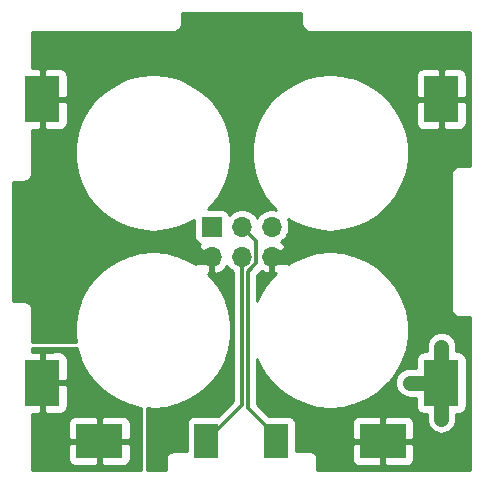
<source format=gbr>
%TF.GenerationSoftware,KiCad,Pcbnew,(5.1.10)-1*%
%TF.CreationDate,2022-01-02T17:40:11+01:00*%
%TF.ProjectId,3DESPWroverS,33444553-5057-4726-9f76-6572532e6b69,rev?*%
%TF.SameCoordinates,Original*%
%TF.FileFunction,Copper,L1,Top*%
%TF.FilePolarity,Positive*%
%FSLAX46Y46*%
G04 Gerber Fmt 4.6, Leading zero omitted, Abs format (unit mm)*
G04 Created by KiCad (PCBNEW (5.1.10)-1) date 2022-01-02 17:40:11*
%MOMM*%
%LPD*%
G01*
G04 APERTURE LIST*
%TA.AperFunction,ComponentPad*%
%ADD10R,1.700000X1.700000*%
%TD*%
%TA.AperFunction,ComponentPad*%
%ADD11O,1.700000X1.700000*%
%TD*%
%TA.AperFunction,SMDPad,CuDef*%
%ADD12R,2.000000X3.000000*%
%TD*%
%TA.AperFunction,SMDPad,CuDef*%
%ADD13R,3.000000X4.000000*%
%TD*%
%TA.AperFunction,SMDPad,CuDef*%
%ADD14R,4.000000X3.000000*%
%TD*%
%TA.AperFunction,ViaPad*%
%ADD15C,1.200000*%
%TD*%
%TA.AperFunction,Conductor*%
%ADD16C,1.250000*%
%TD*%
%TA.AperFunction,Conductor*%
%ADD17C,0.312500*%
%TD*%
%TA.AperFunction,Conductor*%
%ADD18C,0.254000*%
%TD*%
%TA.AperFunction,Conductor*%
%ADD19C,0.100000*%
%TD*%
G04 APERTURE END LIST*
D10*
%TO.P,J1,1*%
%TO.N,VCC*%
X117983000Y-56642000D03*
D11*
%TO.P,J1,2*%
%TO.N,GND*%
X117983000Y-59182000D03*
%TO.P,J1,3*%
%TO.N,/D1*%
X120523000Y-56642000D03*
%TO.P,J1,4*%
%TO.N,/D2*%
X120523000Y-59182000D03*
%TO.P,J1,5*%
%TO.N,VCC*%
X123063000Y-56642000D03*
%TO.P,J1,6*%
%TO.N,GND*%
X123063000Y-59182000D03*
%TD*%
D12*
%TO.P,J2,1*%
%TO.N,/D1*%
X123444000Y-74803000D03*
%TD*%
%TO.P,J3,1*%
%TO.N,/D2*%
X117475000Y-74803000D03*
%TD*%
D13*
%TO.P,J4,1*%
%TO.N,VCC*%
X103632000Y-69850000D03*
%TD*%
%TO.P,J5,1*%
%TO.N,VCC*%
X137414000Y-69850000D03*
%TD*%
D14*
%TO.P,J6,1*%
%TO.N,VCC*%
X108458000Y-74803000D03*
%TD*%
D13*
%TO.P,J7,1*%
%TO.N,GND*%
X137414000Y-45847000D03*
%TD*%
D14*
%TO.P,J8,1*%
%TO.N,GND*%
X132461000Y-74803000D03*
%TD*%
D13*
%TO.P,J9,1*%
%TO.N,GND*%
X103632000Y-45847000D03*
%TD*%
D15*
%TO.N,VCC*%
X137414000Y-66802000D03*
X137414000Y-72898000D03*
X134747000Y-69850000D03*
X104140000Y-76454000D03*
X104140000Y-74930000D03*
X108712000Y-71755000D03*
X106807000Y-69850000D03*
X104140000Y-73406000D03*
X107061000Y-71501000D03*
%TD*%
D16*
%TO.N,VCC*%
X137414000Y-69850000D02*
X137414000Y-66802000D01*
X137414000Y-69850000D02*
X137414000Y-72898000D01*
X137414000Y-69850000D02*
X134747000Y-69850000D01*
%TO.N,GND*%
X123063000Y-59182000D02*
X124079000Y-59182000D01*
X124079000Y-59182000D02*
X125349000Y-57912000D01*
X117983000Y-59182000D02*
X116967000Y-59182000D01*
X116967000Y-59182000D02*
X115697000Y-57912000D01*
D17*
%TO.N,/D1*%
X123444000Y-74375778D02*
X123444000Y-74803000D01*
X121035510Y-71967288D02*
X123444000Y-74375778D01*
X121035510Y-60447490D02*
X121035510Y-71967288D01*
X121404748Y-60078252D02*
X121035510Y-60447490D01*
X121412000Y-60078252D02*
X121404748Y-60078252D01*
X121729251Y-59761001D02*
X121412000Y-60078252D01*
X121729251Y-57848251D02*
X121729251Y-59761001D01*
X120523000Y-56642000D02*
X121729251Y-57848251D01*
%TO.N,/D2*%
X117475000Y-74803000D02*
X120523000Y-71755000D01*
X120523000Y-71755000D02*
X120523000Y-59182000D01*
%TD*%
D18*
%TO.N,VCC*%
X106538947Y-67025161D02*
X106896371Y-68066300D01*
X107420285Y-69034409D01*
X108096400Y-69903082D01*
X108906272Y-70648621D01*
X109827811Y-71250693D01*
X110835878Y-71692872D01*
X111902977Y-71963098D01*
X112014000Y-71972298D01*
X112014000Y-77244000D01*
X102745000Y-77244000D01*
X102745000Y-76303000D01*
X105819928Y-76303000D01*
X105832188Y-76427482D01*
X105868498Y-76547180D01*
X105927463Y-76657494D01*
X106006815Y-76754185D01*
X106103506Y-76833537D01*
X106213820Y-76892502D01*
X106333518Y-76928812D01*
X106458000Y-76941072D01*
X108172250Y-76938000D01*
X108331000Y-76779250D01*
X108331000Y-74930000D01*
X108585000Y-74930000D01*
X108585000Y-76779250D01*
X108743750Y-76938000D01*
X110458000Y-76941072D01*
X110582482Y-76928812D01*
X110702180Y-76892502D01*
X110812494Y-76833537D01*
X110909185Y-76754185D01*
X110988537Y-76657494D01*
X111047502Y-76547180D01*
X111083812Y-76427482D01*
X111096072Y-76303000D01*
X111093000Y-75088750D01*
X110934250Y-74930000D01*
X108585000Y-74930000D01*
X108331000Y-74930000D01*
X105981750Y-74930000D01*
X105823000Y-75088750D01*
X105819928Y-76303000D01*
X102745000Y-76303000D01*
X102745000Y-73303000D01*
X105819928Y-73303000D01*
X105823000Y-74517250D01*
X105981750Y-74676000D01*
X108331000Y-74676000D01*
X108331000Y-72826750D01*
X108585000Y-72826750D01*
X108585000Y-74676000D01*
X110934250Y-74676000D01*
X111093000Y-74517250D01*
X111096072Y-73303000D01*
X111083812Y-73178518D01*
X111047502Y-73058820D01*
X110988537Y-72948506D01*
X110909185Y-72851815D01*
X110812494Y-72772463D01*
X110702180Y-72713498D01*
X110582482Y-72677188D01*
X110458000Y-72664928D01*
X108743750Y-72668000D01*
X108585000Y-72826750D01*
X108331000Y-72826750D01*
X108172250Y-72668000D01*
X106458000Y-72664928D01*
X106333518Y-72677188D01*
X106213820Y-72713498D01*
X106103506Y-72772463D01*
X106006815Y-72851815D01*
X105927463Y-72948506D01*
X105868498Y-73058820D01*
X105832188Y-73178518D01*
X105819928Y-73303000D01*
X102745000Y-73303000D01*
X102745000Y-72486521D01*
X103346250Y-72485000D01*
X103505000Y-72326250D01*
X103505000Y-69977000D01*
X103759000Y-69977000D01*
X103759000Y-72326250D01*
X103917750Y-72485000D01*
X105132000Y-72488072D01*
X105256482Y-72475812D01*
X105376180Y-72439502D01*
X105486494Y-72380537D01*
X105583185Y-72301185D01*
X105662537Y-72204494D01*
X105721502Y-72094180D01*
X105757812Y-71974482D01*
X105770072Y-71850000D01*
X105767000Y-70135750D01*
X105608250Y-69977000D01*
X103759000Y-69977000D01*
X103505000Y-69977000D01*
X103485000Y-69977000D01*
X103485000Y-69723000D01*
X103505000Y-69723000D01*
X103505000Y-67373750D01*
X103759000Y-67373750D01*
X103759000Y-69723000D01*
X105608250Y-69723000D01*
X105767000Y-69564250D01*
X105770072Y-67850000D01*
X105757812Y-67725518D01*
X105721502Y-67605820D01*
X105662537Y-67495506D01*
X105583185Y-67398815D01*
X105486494Y-67319463D01*
X105376180Y-67260498D01*
X105256482Y-67224188D01*
X105132000Y-67211928D01*
X103917750Y-67215000D01*
X103759000Y-67373750D01*
X103505000Y-67373750D01*
X103346250Y-67215000D01*
X102745000Y-67213479D01*
X102745000Y-66929000D01*
X106522901Y-66929000D01*
X106538947Y-67025161D01*
%TA.AperFunction,Conductor*%
D19*
G36*
X106538947Y-67025161D02*
G01*
X106896371Y-68066300D01*
X107420285Y-69034409D01*
X108096400Y-69903082D01*
X108906272Y-70648621D01*
X109827811Y-71250693D01*
X110835878Y-71692872D01*
X111902977Y-71963098D01*
X112014000Y-71972298D01*
X112014000Y-77244000D01*
X102745000Y-77244000D01*
X102745000Y-76303000D01*
X105819928Y-76303000D01*
X105832188Y-76427482D01*
X105868498Y-76547180D01*
X105927463Y-76657494D01*
X106006815Y-76754185D01*
X106103506Y-76833537D01*
X106213820Y-76892502D01*
X106333518Y-76928812D01*
X106458000Y-76941072D01*
X108172250Y-76938000D01*
X108331000Y-76779250D01*
X108331000Y-74930000D01*
X108585000Y-74930000D01*
X108585000Y-76779250D01*
X108743750Y-76938000D01*
X110458000Y-76941072D01*
X110582482Y-76928812D01*
X110702180Y-76892502D01*
X110812494Y-76833537D01*
X110909185Y-76754185D01*
X110988537Y-76657494D01*
X111047502Y-76547180D01*
X111083812Y-76427482D01*
X111096072Y-76303000D01*
X111093000Y-75088750D01*
X110934250Y-74930000D01*
X108585000Y-74930000D01*
X108331000Y-74930000D01*
X105981750Y-74930000D01*
X105823000Y-75088750D01*
X105819928Y-76303000D01*
X102745000Y-76303000D01*
X102745000Y-73303000D01*
X105819928Y-73303000D01*
X105823000Y-74517250D01*
X105981750Y-74676000D01*
X108331000Y-74676000D01*
X108331000Y-72826750D01*
X108585000Y-72826750D01*
X108585000Y-74676000D01*
X110934250Y-74676000D01*
X111093000Y-74517250D01*
X111096072Y-73303000D01*
X111083812Y-73178518D01*
X111047502Y-73058820D01*
X110988537Y-72948506D01*
X110909185Y-72851815D01*
X110812494Y-72772463D01*
X110702180Y-72713498D01*
X110582482Y-72677188D01*
X110458000Y-72664928D01*
X108743750Y-72668000D01*
X108585000Y-72826750D01*
X108331000Y-72826750D01*
X108172250Y-72668000D01*
X106458000Y-72664928D01*
X106333518Y-72677188D01*
X106213820Y-72713498D01*
X106103506Y-72772463D01*
X106006815Y-72851815D01*
X105927463Y-72948506D01*
X105868498Y-73058820D01*
X105832188Y-73178518D01*
X105819928Y-73303000D01*
X102745000Y-73303000D01*
X102745000Y-72486521D01*
X103346250Y-72485000D01*
X103505000Y-72326250D01*
X103505000Y-69977000D01*
X103759000Y-69977000D01*
X103759000Y-72326250D01*
X103917750Y-72485000D01*
X105132000Y-72488072D01*
X105256482Y-72475812D01*
X105376180Y-72439502D01*
X105486494Y-72380537D01*
X105583185Y-72301185D01*
X105662537Y-72204494D01*
X105721502Y-72094180D01*
X105757812Y-71974482D01*
X105770072Y-71850000D01*
X105767000Y-70135750D01*
X105608250Y-69977000D01*
X103759000Y-69977000D01*
X103505000Y-69977000D01*
X103485000Y-69977000D01*
X103485000Y-69723000D01*
X103505000Y-69723000D01*
X103505000Y-67373750D01*
X103759000Y-67373750D01*
X103759000Y-69723000D01*
X105608250Y-69723000D01*
X105767000Y-69564250D01*
X105770072Y-67850000D01*
X105757812Y-67725518D01*
X105721502Y-67605820D01*
X105662537Y-67495506D01*
X105583185Y-67398815D01*
X105486494Y-67319463D01*
X105376180Y-67260498D01*
X105256482Y-67224188D01*
X105132000Y-67211928D01*
X103917750Y-67215000D01*
X103759000Y-67373750D01*
X103505000Y-67373750D01*
X103346250Y-67215000D01*
X102745000Y-67213479D01*
X102745000Y-66929000D01*
X106522901Y-66929000D01*
X106538947Y-67025161D01*
G37*
%TD.AperFunction*%
%TD*%
D18*
%TO.N,GND*%
X125569286Y-39457321D02*
X125566166Y-39489000D01*
X125578618Y-39615441D01*
X125615500Y-39737024D01*
X125675393Y-39849075D01*
X125675394Y-39849076D01*
X125755996Y-39947290D01*
X125854210Y-40027892D01*
X125966261Y-40087785D01*
X126087844Y-40124667D01*
X126214285Y-40137120D01*
X126245974Y-40133999D01*
X139855000Y-40134001D01*
X139855001Y-51479715D01*
X138931679Y-51479715D01*
X138900000Y-51476595D01*
X138868321Y-51479715D01*
X138773558Y-51489048D01*
X138651975Y-51525930D01*
X138539924Y-51585823D01*
X138441710Y-51666425D01*
X138361108Y-51764639D01*
X138301215Y-51876690D01*
X138264333Y-51998273D01*
X138251880Y-52124715D01*
X138255000Y-52156394D01*
X138255001Y-63621596D01*
X138251880Y-63653285D01*
X138264333Y-63779727D01*
X138301215Y-63901310D01*
X138361108Y-64013361D01*
X138441710Y-64111575D01*
X138539924Y-64192177D01*
X138651975Y-64252070D01*
X138773558Y-64288952D01*
X138868321Y-64298285D01*
X138900000Y-64301405D01*
X138931679Y-64298285D01*
X139855000Y-64298285D01*
X139855001Y-77244000D01*
X126909285Y-77244000D01*
X126909285Y-76320669D01*
X126911025Y-76303000D01*
X129822928Y-76303000D01*
X129835188Y-76427482D01*
X129871498Y-76547180D01*
X129930463Y-76657494D01*
X130009815Y-76754185D01*
X130106506Y-76833537D01*
X130216820Y-76892502D01*
X130336518Y-76928812D01*
X130461000Y-76941072D01*
X132175250Y-76938000D01*
X132334000Y-76779250D01*
X132334000Y-74930000D01*
X132588000Y-74930000D01*
X132588000Y-76779250D01*
X132746750Y-76938000D01*
X134461000Y-76941072D01*
X134585482Y-76928812D01*
X134705180Y-76892502D01*
X134815494Y-76833537D01*
X134912185Y-76754185D01*
X134991537Y-76657494D01*
X135050502Y-76547180D01*
X135086812Y-76427482D01*
X135099072Y-76303000D01*
X135096000Y-75088750D01*
X134937250Y-74930000D01*
X132588000Y-74930000D01*
X132334000Y-74930000D01*
X129984750Y-74930000D01*
X129826000Y-75088750D01*
X129822928Y-76303000D01*
X126911025Y-76303000D01*
X126912404Y-76289000D01*
X126909285Y-76257329D01*
X126909285Y-76257321D01*
X126899952Y-76162558D01*
X126863070Y-76040975D01*
X126803177Y-75928924D01*
X126722575Y-75830710D01*
X126624361Y-75750108D01*
X126512310Y-75690215D01*
X126390727Y-75653333D01*
X126264285Y-75640880D01*
X126232597Y-75644001D01*
X125082072Y-75644000D01*
X125082072Y-73303000D01*
X129822928Y-73303000D01*
X129826000Y-74517250D01*
X129984750Y-74676000D01*
X132334000Y-74676000D01*
X132334000Y-72826750D01*
X132588000Y-72826750D01*
X132588000Y-74676000D01*
X134937250Y-74676000D01*
X135096000Y-74517250D01*
X135099072Y-73303000D01*
X135086812Y-73178518D01*
X135050502Y-73058820D01*
X134991537Y-72948506D01*
X134912185Y-72851815D01*
X134815494Y-72772463D01*
X134705180Y-72713498D01*
X134585482Y-72677188D01*
X134461000Y-72664928D01*
X132746750Y-72668000D01*
X132588000Y-72826750D01*
X132334000Y-72826750D01*
X132175250Y-72668000D01*
X130461000Y-72664928D01*
X130336518Y-72677188D01*
X130216820Y-72713498D01*
X130106506Y-72772463D01*
X130009815Y-72851815D01*
X129930463Y-72948506D01*
X129871498Y-73058820D01*
X129835188Y-73178518D01*
X129822928Y-73303000D01*
X125082072Y-73303000D01*
X125069812Y-73178518D01*
X125033502Y-73058820D01*
X124974537Y-72948506D01*
X124895185Y-72851815D01*
X124798494Y-72772463D01*
X124688180Y-72713498D01*
X124568482Y-72677188D01*
X124444000Y-72664928D01*
X122852147Y-72664928D01*
X121826760Y-71639542D01*
X121826760Y-67863533D01*
X121896370Y-68066300D01*
X122420284Y-69034409D01*
X123096399Y-69903082D01*
X123906271Y-70648621D01*
X124827810Y-71250693D01*
X125835877Y-71692872D01*
X126902976Y-71963098D01*
X127999999Y-72054000D01*
X129097022Y-71963098D01*
X130164121Y-71692872D01*
X131172188Y-71250693D01*
X132093727Y-70648621D01*
X132903599Y-69903082D01*
X132944914Y-69850000D01*
X133480904Y-69850000D01*
X133505232Y-70097003D01*
X133577280Y-70334514D01*
X133694280Y-70553405D01*
X133851735Y-70745265D01*
X134043595Y-70902720D01*
X134262486Y-71019720D01*
X134499997Y-71091768D01*
X134685107Y-71110000D01*
X135275928Y-71110000D01*
X135275928Y-71850000D01*
X135288188Y-71974482D01*
X135324498Y-72094180D01*
X135383463Y-72204494D01*
X135462815Y-72301185D01*
X135559506Y-72380537D01*
X135669820Y-72439502D01*
X135789518Y-72475812D01*
X135914000Y-72488072D01*
X136154001Y-72488072D01*
X136154001Y-72959893D01*
X136172233Y-73145003D01*
X136244281Y-73382514D01*
X136361281Y-73601405D01*
X136518736Y-73793265D01*
X136710596Y-73950720D01*
X136929487Y-74067720D01*
X137166998Y-74139768D01*
X137414000Y-74164096D01*
X137661003Y-74139768D01*
X137898514Y-74067720D01*
X138117405Y-73950720D01*
X138309265Y-73793265D01*
X138466720Y-73601405D01*
X138583720Y-73382514D01*
X138655768Y-73145003D01*
X138674000Y-72959893D01*
X138674000Y-72488072D01*
X138914000Y-72488072D01*
X139038482Y-72475812D01*
X139158180Y-72439502D01*
X139268494Y-72380537D01*
X139365185Y-72301185D01*
X139444537Y-72204494D01*
X139503502Y-72094180D01*
X139539812Y-71974482D01*
X139552072Y-71850000D01*
X139552072Y-67850000D01*
X139539812Y-67725518D01*
X139503502Y-67605820D01*
X139444537Y-67495506D01*
X139365185Y-67398815D01*
X139268494Y-67319463D01*
X139158180Y-67260498D01*
X139038482Y-67224188D01*
X138914000Y-67211928D01*
X138674000Y-67211928D01*
X138674000Y-66740107D01*
X138655768Y-66554997D01*
X138583720Y-66317486D01*
X138466720Y-66098595D01*
X138309265Y-65906735D01*
X138117405Y-65749280D01*
X137898514Y-65632280D01*
X137661003Y-65560232D01*
X137414000Y-65535904D01*
X137166998Y-65560232D01*
X136929487Y-65632280D01*
X136710596Y-65749280D01*
X136518736Y-65906735D01*
X136361281Y-66098595D01*
X136244281Y-66317486D01*
X136172233Y-66554997D01*
X136154001Y-66740107D01*
X136154001Y-67211928D01*
X135914000Y-67211928D01*
X135789518Y-67224188D01*
X135669820Y-67260498D01*
X135559506Y-67319463D01*
X135462815Y-67398815D01*
X135383463Y-67495506D01*
X135324498Y-67605820D01*
X135288188Y-67725518D01*
X135275928Y-67850000D01*
X135275928Y-68590000D01*
X134685107Y-68590000D01*
X134499997Y-68608232D01*
X134262486Y-68680280D01*
X134043595Y-68797280D01*
X133851735Y-68954735D01*
X133694280Y-69146595D01*
X133577280Y-69365486D01*
X133505232Y-69602997D01*
X133480904Y-69850000D01*
X132944914Y-69850000D01*
X133579714Y-69034409D01*
X134103628Y-68066300D01*
X134461052Y-67025161D01*
X134642235Y-65939391D01*
X134642235Y-64838609D01*
X134461052Y-63752839D01*
X134103628Y-62711700D01*
X133579714Y-61743591D01*
X132903599Y-60874918D01*
X132093727Y-60129379D01*
X131172188Y-59527307D01*
X130164121Y-59085128D01*
X129097022Y-58814902D01*
X127999999Y-58724000D01*
X126902976Y-58814902D01*
X125835877Y-59085128D01*
X124827810Y-59527307D01*
X124412291Y-59798779D01*
X124504481Y-59538891D01*
X124383814Y-59309000D01*
X123190000Y-59309000D01*
X123190000Y-60502155D01*
X123387885Y-60606586D01*
X123096399Y-60874918D01*
X122420284Y-61743591D01*
X121896370Y-62711700D01*
X121826760Y-62914467D01*
X121826760Y-60775236D01*
X121903571Y-60698425D01*
X121974205Y-60640457D01*
X121998984Y-60610264D01*
X122215620Y-60393627D01*
X122296080Y-60453641D01*
X122558901Y-60578825D01*
X122706110Y-60623476D01*
X122936000Y-60502155D01*
X122936000Y-59309000D01*
X122916000Y-59309000D01*
X122916000Y-59055000D01*
X122936000Y-59055000D01*
X122936000Y-59035000D01*
X123190000Y-59035000D01*
X123190000Y-59055000D01*
X124383814Y-59055000D01*
X124504481Y-58825109D01*
X124407157Y-58550748D01*
X124258178Y-58300645D01*
X124063269Y-58084412D01*
X123833594Y-57913100D01*
X124009632Y-57795475D01*
X124216475Y-57588632D01*
X124378990Y-57345411D01*
X124490932Y-57075158D01*
X124548000Y-56788260D01*
X124548000Y-56495740D01*
X124490932Y-56208842D01*
X124389710Y-55964468D01*
X124827810Y-56250694D01*
X125835877Y-56692873D01*
X126902976Y-56963099D01*
X127999999Y-57054001D01*
X129097022Y-56963099D01*
X130164121Y-56692873D01*
X131172188Y-56250694D01*
X132093727Y-55648622D01*
X132903599Y-54903083D01*
X133579714Y-54034410D01*
X134103628Y-53066301D01*
X134461052Y-52025162D01*
X134642235Y-50939392D01*
X134642235Y-49838610D01*
X134461052Y-48752840D01*
X134150077Y-47847000D01*
X135275928Y-47847000D01*
X135288188Y-47971482D01*
X135324498Y-48091180D01*
X135383463Y-48201494D01*
X135462815Y-48298185D01*
X135559506Y-48377537D01*
X135669820Y-48436502D01*
X135789518Y-48472812D01*
X135914000Y-48485072D01*
X137128250Y-48482000D01*
X137287000Y-48323250D01*
X137287000Y-45974000D01*
X137541000Y-45974000D01*
X137541000Y-48323250D01*
X137699750Y-48482000D01*
X138914000Y-48485072D01*
X139038482Y-48472812D01*
X139158180Y-48436502D01*
X139268494Y-48377537D01*
X139365185Y-48298185D01*
X139444537Y-48201494D01*
X139503502Y-48091180D01*
X139539812Y-47971482D01*
X139552072Y-47847000D01*
X139549000Y-46132750D01*
X139390250Y-45974000D01*
X137541000Y-45974000D01*
X137287000Y-45974000D01*
X135437750Y-45974000D01*
X135279000Y-46132750D01*
X135275928Y-47847000D01*
X134150077Y-47847000D01*
X134103628Y-47711701D01*
X133579714Y-46743592D01*
X132903599Y-45874919D01*
X132093727Y-45129380D01*
X131172188Y-44527308D01*
X130164121Y-44085129D01*
X129223771Y-43847000D01*
X135275928Y-43847000D01*
X135279000Y-45561250D01*
X135437750Y-45720000D01*
X137287000Y-45720000D01*
X137287000Y-43370750D01*
X137541000Y-43370750D01*
X137541000Y-45720000D01*
X139390250Y-45720000D01*
X139549000Y-45561250D01*
X139552072Y-43847000D01*
X139539812Y-43722518D01*
X139503502Y-43602820D01*
X139444537Y-43492506D01*
X139365185Y-43395815D01*
X139268494Y-43316463D01*
X139158180Y-43257498D01*
X139038482Y-43221188D01*
X138914000Y-43208928D01*
X137699750Y-43212000D01*
X137541000Y-43370750D01*
X137287000Y-43370750D01*
X137128250Y-43212000D01*
X135914000Y-43208928D01*
X135789518Y-43221188D01*
X135669820Y-43257498D01*
X135559506Y-43316463D01*
X135462815Y-43395815D01*
X135383463Y-43492506D01*
X135324498Y-43602820D01*
X135288188Y-43722518D01*
X135275928Y-43847000D01*
X129223771Y-43847000D01*
X129097022Y-43814903D01*
X127999999Y-43724001D01*
X126902976Y-43814903D01*
X125835877Y-44085129D01*
X124827810Y-44527308D01*
X123906271Y-45129380D01*
X123096399Y-45874919D01*
X122420284Y-46743592D01*
X121896370Y-47711701D01*
X121538946Y-48752840D01*
X121357763Y-49838610D01*
X121357763Y-50939392D01*
X121538946Y-52025162D01*
X121896370Y-53066301D01*
X122420284Y-54034410D01*
X123096399Y-54903083D01*
X123417146Y-55198351D01*
X123209260Y-55157000D01*
X122916740Y-55157000D01*
X122629842Y-55214068D01*
X122359589Y-55326010D01*
X122116368Y-55488525D01*
X121909525Y-55695368D01*
X121793000Y-55869760D01*
X121676475Y-55695368D01*
X121469632Y-55488525D01*
X121226411Y-55326010D01*
X120956158Y-55214068D01*
X120669260Y-55157000D01*
X120376740Y-55157000D01*
X120089842Y-55214068D01*
X119819589Y-55326010D01*
X119576368Y-55488525D01*
X119444513Y-55620380D01*
X119422502Y-55547820D01*
X119363537Y-55437506D01*
X119284185Y-55340815D01*
X119187494Y-55261463D01*
X119077180Y-55202498D01*
X118957482Y-55166188D01*
X118833000Y-55153928D01*
X117631109Y-55153928D01*
X117903600Y-54903083D01*
X118579715Y-54034410D01*
X119103629Y-53066301D01*
X119461053Y-52025162D01*
X119642236Y-50939392D01*
X119642236Y-49838610D01*
X119461053Y-48752840D01*
X119103629Y-47711701D01*
X118579715Y-46743592D01*
X117903600Y-45874919D01*
X117093728Y-45129380D01*
X116172189Y-44527308D01*
X115164122Y-44085129D01*
X114097023Y-43814903D01*
X113000000Y-43724001D01*
X111902977Y-43814903D01*
X110835878Y-44085129D01*
X109827811Y-44527308D01*
X108906272Y-45129380D01*
X108096400Y-45874919D01*
X107420285Y-46743592D01*
X106896371Y-47711701D01*
X106538947Y-48752840D01*
X106357764Y-49838610D01*
X106357764Y-50939392D01*
X106538947Y-52025162D01*
X106896371Y-53066301D01*
X107420285Y-54034410D01*
X108096400Y-54903083D01*
X108906272Y-55648622D01*
X109827811Y-56250694D01*
X110835878Y-56692873D01*
X111902977Y-56963099D01*
X113000000Y-57054001D01*
X114097023Y-56963099D01*
X115164122Y-56692873D01*
X116172189Y-56250694D01*
X116494928Y-56039838D01*
X116494928Y-57492000D01*
X116507188Y-57616482D01*
X116543498Y-57736180D01*
X116602463Y-57846494D01*
X116681815Y-57943185D01*
X116778506Y-58022537D01*
X116888820Y-58081502D01*
X116964626Y-58104498D01*
X116787822Y-58300645D01*
X116638843Y-58550748D01*
X116541519Y-58825109D01*
X116662186Y-59055000D01*
X117856000Y-59055000D01*
X117856000Y-59035000D01*
X118110000Y-59035000D01*
X118110000Y-59055000D01*
X118130000Y-59055000D01*
X118130000Y-59309000D01*
X118110000Y-59309000D01*
X118110000Y-60502155D01*
X118339890Y-60623476D01*
X118487099Y-60578825D01*
X118749920Y-60453641D01*
X118983269Y-60279588D01*
X119178178Y-60063355D01*
X119247805Y-59946466D01*
X119369525Y-60128632D01*
X119576368Y-60335475D01*
X119731751Y-60439298D01*
X119731750Y-71427253D01*
X118492365Y-72666638D01*
X118475000Y-72664928D01*
X116475000Y-72664928D01*
X116350518Y-72677188D01*
X116230820Y-72713498D01*
X116120506Y-72772463D01*
X116023815Y-72851815D01*
X115944463Y-72948506D01*
X115885498Y-73058820D01*
X115849188Y-73178518D01*
X115836928Y-73303000D01*
X115836928Y-75643999D01*
X114767394Y-75643999D01*
X114735715Y-75640879D01*
X114704036Y-75643999D01*
X114609273Y-75653332D01*
X114487690Y-75690214D01*
X114375639Y-75750107D01*
X114277425Y-75830709D01*
X114196823Y-75928923D01*
X114136930Y-76040974D01*
X114100048Y-76162557D01*
X114087595Y-76288999D01*
X114090715Y-76320678D01*
X114090716Y-77244000D01*
X112522000Y-77244000D01*
X112522000Y-72014392D01*
X113000000Y-72054000D01*
X114097023Y-71963098D01*
X115164122Y-71692872D01*
X116172189Y-71250693D01*
X117093728Y-70648621D01*
X117903600Y-69903082D01*
X118579715Y-69034409D01*
X119103629Y-68066300D01*
X119461053Y-67025161D01*
X119642236Y-65939391D01*
X119642236Y-64838609D01*
X119461053Y-63752839D01*
X119103629Y-62711700D01*
X118579715Y-61743591D01*
X117903600Y-60874918D01*
X117628876Y-60622017D01*
X117856000Y-60502155D01*
X117856000Y-59309000D01*
X116662186Y-59309000D01*
X116541519Y-59538891D01*
X116638843Y-59813252D01*
X116657309Y-59844252D01*
X116172189Y-59527307D01*
X115164122Y-59085128D01*
X114097023Y-58814902D01*
X113000000Y-58724000D01*
X111902977Y-58814902D01*
X110835878Y-59085128D01*
X109827811Y-59527307D01*
X108906272Y-60129379D01*
X108096400Y-60874918D01*
X107420285Y-61743591D01*
X106896371Y-62711700D01*
X106538947Y-63752839D01*
X106357764Y-64838609D01*
X106357764Y-65939391D01*
X106438130Y-66421000D01*
X102745000Y-66421000D01*
X102745000Y-63634963D01*
X102748120Y-63603285D01*
X102735667Y-63476843D01*
X102698785Y-63355260D01*
X102638892Y-63243209D01*
X102558290Y-63144995D01*
X102460076Y-63064393D01*
X102348025Y-63004500D01*
X102226442Y-62967618D01*
X102131679Y-62958285D01*
X102100000Y-62955165D01*
X102068321Y-62958285D01*
X101145000Y-62958285D01*
X101145000Y-52819715D01*
X102068321Y-52819715D01*
X102100000Y-52822835D01*
X102131679Y-52819715D01*
X102226442Y-52810382D01*
X102348025Y-52773500D01*
X102460076Y-52713607D01*
X102558290Y-52633005D01*
X102638892Y-52534791D01*
X102698785Y-52422740D01*
X102735667Y-52301157D01*
X102748120Y-52174715D01*
X102745000Y-52143036D01*
X102745000Y-48483521D01*
X103346250Y-48482000D01*
X103505000Y-48323250D01*
X103505000Y-45974000D01*
X103759000Y-45974000D01*
X103759000Y-48323250D01*
X103917750Y-48482000D01*
X105132000Y-48485072D01*
X105256482Y-48472812D01*
X105376180Y-48436502D01*
X105486494Y-48377537D01*
X105583185Y-48298185D01*
X105662537Y-48201494D01*
X105721502Y-48091180D01*
X105757812Y-47971482D01*
X105770072Y-47847000D01*
X105767000Y-46132750D01*
X105608250Y-45974000D01*
X103759000Y-45974000D01*
X103505000Y-45974000D01*
X103485000Y-45974000D01*
X103485000Y-45720000D01*
X103505000Y-45720000D01*
X103505000Y-43370750D01*
X103759000Y-43370750D01*
X103759000Y-45720000D01*
X105608250Y-45720000D01*
X105767000Y-45561250D01*
X105770072Y-43847000D01*
X105757812Y-43722518D01*
X105721502Y-43602820D01*
X105662537Y-43492506D01*
X105583185Y-43395815D01*
X105486494Y-43316463D01*
X105376180Y-43257498D01*
X105256482Y-43221188D01*
X105132000Y-43208928D01*
X103917750Y-43212000D01*
X103759000Y-43370750D01*
X103505000Y-43370750D01*
X103346250Y-43212000D01*
X102745000Y-43210479D01*
X102745000Y-40134000D01*
X114754036Y-40134000D01*
X114785715Y-40137120D01*
X114817394Y-40134000D01*
X114912157Y-40124667D01*
X115033740Y-40087785D01*
X115145791Y-40027892D01*
X115244005Y-39947290D01*
X115324607Y-39849076D01*
X115384500Y-39737025D01*
X115421382Y-39615442D01*
X115433835Y-39489000D01*
X115430715Y-39457321D01*
X115430715Y-38534000D01*
X125569285Y-38534000D01*
X125569286Y-39457321D01*
%TA.AperFunction,Conductor*%
D19*
G36*
X125569286Y-39457321D02*
G01*
X125566166Y-39489000D01*
X125578618Y-39615441D01*
X125615500Y-39737024D01*
X125675393Y-39849075D01*
X125675394Y-39849076D01*
X125755996Y-39947290D01*
X125854210Y-40027892D01*
X125966261Y-40087785D01*
X126087844Y-40124667D01*
X126214285Y-40137120D01*
X126245974Y-40133999D01*
X139855000Y-40134001D01*
X139855001Y-51479715D01*
X138931679Y-51479715D01*
X138900000Y-51476595D01*
X138868321Y-51479715D01*
X138773558Y-51489048D01*
X138651975Y-51525930D01*
X138539924Y-51585823D01*
X138441710Y-51666425D01*
X138361108Y-51764639D01*
X138301215Y-51876690D01*
X138264333Y-51998273D01*
X138251880Y-52124715D01*
X138255000Y-52156394D01*
X138255001Y-63621596D01*
X138251880Y-63653285D01*
X138264333Y-63779727D01*
X138301215Y-63901310D01*
X138361108Y-64013361D01*
X138441710Y-64111575D01*
X138539924Y-64192177D01*
X138651975Y-64252070D01*
X138773558Y-64288952D01*
X138868321Y-64298285D01*
X138900000Y-64301405D01*
X138931679Y-64298285D01*
X139855000Y-64298285D01*
X139855001Y-77244000D01*
X126909285Y-77244000D01*
X126909285Y-76320669D01*
X126911025Y-76303000D01*
X129822928Y-76303000D01*
X129835188Y-76427482D01*
X129871498Y-76547180D01*
X129930463Y-76657494D01*
X130009815Y-76754185D01*
X130106506Y-76833537D01*
X130216820Y-76892502D01*
X130336518Y-76928812D01*
X130461000Y-76941072D01*
X132175250Y-76938000D01*
X132334000Y-76779250D01*
X132334000Y-74930000D01*
X132588000Y-74930000D01*
X132588000Y-76779250D01*
X132746750Y-76938000D01*
X134461000Y-76941072D01*
X134585482Y-76928812D01*
X134705180Y-76892502D01*
X134815494Y-76833537D01*
X134912185Y-76754185D01*
X134991537Y-76657494D01*
X135050502Y-76547180D01*
X135086812Y-76427482D01*
X135099072Y-76303000D01*
X135096000Y-75088750D01*
X134937250Y-74930000D01*
X132588000Y-74930000D01*
X132334000Y-74930000D01*
X129984750Y-74930000D01*
X129826000Y-75088750D01*
X129822928Y-76303000D01*
X126911025Y-76303000D01*
X126912404Y-76289000D01*
X126909285Y-76257329D01*
X126909285Y-76257321D01*
X126899952Y-76162558D01*
X126863070Y-76040975D01*
X126803177Y-75928924D01*
X126722575Y-75830710D01*
X126624361Y-75750108D01*
X126512310Y-75690215D01*
X126390727Y-75653333D01*
X126264285Y-75640880D01*
X126232597Y-75644001D01*
X125082072Y-75644000D01*
X125082072Y-73303000D01*
X129822928Y-73303000D01*
X129826000Y-74517250D01*
X129984750Y-74676000D01*
X132334000Y-74676000D01*
X132334000Y-72826750D01*
X132588000Y-72826750D01*
X132588000Y-74676000D01*
X134937250Y-74676000D01*
X135096000Y-74517250D01*
X135099072Y-73303000D01*
X135086812Y-73178518D01*
X135050502Y-73058820D01*
X134991537Y-72948506D01*
X134912185Y-72851815D01*
X134815494Y-72772463D01*
X134705180Y-72713498D01*
X134585482Y-72677188D01*
X134461000Y-72664928D01*
X132746750Y-72668000D01*
X132588000Y-72826750D01*
X132334000Y-72826750D01*
X132175250Y-72668000D01*
X130461000Y-72664928D01*
X130336518Y-72677188D01*
X130216820Y-72713498D01*
X130106506Y-72772463D01*
X130009815Y-72851815D01*
X129930463Y-72948506D01*
X129871498Y-73058820D01*
X129835188Y-73178518D01*
X129822928Y-73303000D01*
X125082072Y-73303000D01*
X125069812Y-73178518D01*
X125033502Y-73058820D01*
X124974537Y-72948506D01*
X124895185Y-72851815D01*
X124798494Y-72772463D01*
X124688180Y-72713498D01*
X124568482Y-72677188D01*
X124444000Y-72664928D01*
X122852147Y-72664928D01*
X121826760Y-71639542D01*
X121826760Y-67863533D01*
X121896370Y-68066300D01*
X122420284Y-69034409D01*
X123096399Y-69903082D01*
X123906271Y-70648621D01*
X124827810Y-71250693D01*
X125835877Y-71692872D01*
X126902976Y-71963098D01*
X127999999Y-72054000D01*
X129097022Y-71963098D01*
X130164121Y-71692872D01*
X131172188Y-71250693D01*
X132093727Y-70648621D01*
X132903599Y-69903082D01*
X132944914Y-69850000D01*
X133480904Y-69850000D01*
X133505232Y-70097003D01*
X133577280Y-70334514D01*
X133694280Y-70553405D01*
X133851735Y-70745265D01*
X134043595Y-70902720D01*
X134262486Y-71019720D01*
X134499997Y-71091768D01*
X134685107Y-71110000D01*
X135275928Y-71110000D01*
X135275928Y-71850000D01*
X135288188Y-71974482D01*
X135324498Y-72094180D01*
X135383463Y-72204494D01*
X135462815Y-72301185D01*
X135559506Y-72380537D01*
X135669820Y-72439502D01*
X135789518Y-72475812D01*
X135914000Y-72488072D01*
X136154001Y-72488072D01*
X136154001Y-72959893D01*
X136172233Y-73145003D01*
X136244281Y-73382514D01*
X136361281Y-73601405D01*
X136518736Y-73793265D01*
X136710596Y-73950720D01*
X136929487Y-74067720D01*
X137166998Y-74139768D01*
X137414000Y-74164096D01*
X137661003Y-74139768D01*
X137898514Y-74067720D01*
X138117405Y-73950720D01*
X138309265Y-73793265D01*
X138466720Y-73601405D01*
X138583720Y-73382514D01*
X138655768Y-73145003D01*
X138674000Y-72959893D01*
X138674000Y-72488072D01*
X138914000Y-72488072D01*
X139038482Y-72475812D01*
X139158180Y-72439502D01*
X139268494Y-72380537D01*
X139365185Y-72301185D01*
X139444537Y-72204494D01*
X139503502Y-72094180D01*
X139539812Y-71974482D01*
X139552072Y-71850000D01*
X139552072Y-67850000D01*
X139539812Y-67725518D01*
X139503502Y-67605820D01*
X139444537Y-67495506D01*
X139365185Y-67398815D01*
X139268494Y-67319463D01*
X139158180Y-67260498D01*
X139038482Y-67224188D01*
X138914000Y-67211928D01*
X138674000Y-67211928D01*
X138674000Y-66740107D01*
X138655768Y-66554997D01*
X138583720Y-66317486D01*
X138466720Y-66098595D01*
X138309265Y-65906735D01*
X138117405Y-65749280D01*
X137898514Y-65632280D01*
X137661003Y-65560232D01*
X137414000Y-65535904D01*
X137166998Y-65560232D01*
X136929487Y-65632280D01*
X136710596Y-65749280D01*
X136518736Y-65906735D01*
X136361281Y-66098595D01*
X136244281Y-66317486D01*
X136172233Y-66554997D01*
X136154001Y-66740107D01*
X136154001Y-67211928D01*
X135914000Y-67211928D01*
X135789518Y-67224188D01*
X135669820Y-67260498D01*
X135559506Y-67319463D01*
X135462815Y-67398815D01*
X135383463Y-67495506D01*
X135324498Y-67605820D01*
X135288188Y-67725518D01*
X135275928Y-67850000D01*
X135275928Y-68590000D01*
X134685107Y-68590000D01*
X134499997Y-68608232D01*
X134262486Y-68680280D01*
X134043595Y-68797280D01*
X133851735Y-68954735D01*
X133694280Y-69146595D01*
X133577280Y-69365486D01*
X133505232Y-69602997D01*
X133480904Y-69850000D01*
X132944914Y-69850000D01*
X133579714Y-69034409D01*
X134103628Y-68066300D01*
X134461052Y-67025161D01*
X134642235Y-65939391D01*
X134642235Y-64838609D01*
X134461052Y-63752839D01*
X134103628Y-62711700D01*
X133579714Y-61743591D01*
X132903599Y-60874918D01*
X132093727Y-60129379D01*
X131172188Y-59527307D01*
X130164121Y-59085128D01*
X129097022Y-58814902D01*
X127999999Y-58724000D01*
X126902976Y-58814902D01*
X125835877Y-59085128D01*
X124827810Y-59527307D01*
X124412291Y-59798779D01*
X124504481Y-59538891D01*
X124383814Y-59309000D01*
X123190000Y-59309000D01*
X123190000Y-60502155D01*
X123387885Y-60606586D01*
X123096399Y-60874918D01*
X122420284Y-61743591D01*
X121896370Y-62711700D01*
X121826760Y-62914467D01*
X121826760Y-60775236D01*
X121903571Y-60698425D01*
X121974205Y-60640457D01*
X121998984Y-60610264D01*
X122215620Y-60393627D01*
X122296080Y-60453641D01*
X122558901Y-60578825D01*
X122706110Y-60623476D01*
X122936000Y-60502155D01*
X122936000Y-59309000D01*
X122916000Y-59309000D01*
X122916000Y-59055000D01*
X122936000Y-59055000D01*
X122936000Y-59035000D01*
X123190000Y-59035000D01*
X123190000Y-59055000D01*
X124383814Y-59055000D01*
X124504481Y-58825109D01*
X124407157Y-58550748D01*
X124258178Y-58300645D01*
X124063269Y-58084412D01*
X123833594Y-57913100D01*
X124009632Y-57795475D01*
X124216475Y-57588632D01*
X124378990Y-57345411D01*
X124490932Y-57075158D01*
X124548000Y-56788260D01*
X124548000Y-56495740D01*
X124490932Y-56208842D01*
X124389710Y-55964468D01*
X124827810Y-56250694D01*
X125835877Y-56692873D01*
X126902976Y-56963099D01*
X127999999Y-57054001D01*
X129097022Y-56963099D01*
X130164121Y-56692873D01*
X131172188Y-56250694D01*
X132093727Y-55648622D01*
X132903599Y-54903083D01*
X133579714Y-54034410D01*
X134103628Y-53066301D01*
X134461052Y-52025162D01*
X134642235Y-50939392D01*
X134642235Y-49838610D01*
X134461052Y-48752840D01*
X134150077Y-47847000D01*
X135275928Y-47847000D01*
X135288188Y-47971482D01*
X135324498Y-48091180D01*
X135383463Y-48201494D01*
X135462815Y-48298185D01*
X135559506Y-48377537D01*
X135669820Y-48436502D01*
X135789518Y-48472812D01*
X135914000Y-48485072D01*
X137128250Y-48482000D01*
X137287000Y-48323250D01*
X137287000Y-45974000D01*
X137541000Y-45974000D01*
X137541000Y-48323250D01*
X137699750Y-48482000D01*
X138914000Y-48485072D01*
X139038482Y-48472812D01*
X139158180Y-48436502D01*
X139268494Y-48377537D01*
X139365185Y-48298185D01*
X139444537Y-48201494D01*
X139503502Y-48091180D01*
X139539812Y-47971482D01*
X139552072Y-47847000D01*
X139549000Y-46132750D01*
X139390250Y-45974000D01*
X137541000Y-45974000D01*
X137287000Y-45974000D01*
X135437750Y-45974000D01*
X135279000Y-46132750D01*
X135275928Y-47847000D01*
X134150077Y-47847000D01*
X134103628Y-47711701D01*
X133579714Y-46743592D01*
X132903599Y-45874919D01*
X132093727Y-45129380D01*
X131172188Y-44527308D01*
X130164121Y-44085129D01*
X129223771Y-43847000D01*
X135275928Y-43847000D01*
X135279000Y-45561250D01*
X135437750Y-45720000D01*
X137287000Y-45720000D01*
X137287000Y-43370750D01*
X137541000Y-43370750D01*
X137541000Y-45720000D01*
X139390250Y-45720000D01*
X139549000Y-45561250D01*
X139552072Y-43847000D01*
X139539812Y-43722518D01*
X139503502Y-43602820D01*
X139444537Y-43492506D01*
X139365185Y-43395815D01*
X139268494Y-43316463D01*
X139158180Y-43257498D01*
X139038482Y-43221188D01*
X138914000Y-43208928D01*
X137699750Y-43212000D01*
X137541000Y-43370750D01*
X137287000Y-43370750D01*
X137128250Y-43212000D01*
X135914000Y-43208928D01*
X135789518Y-43221188D01*
X135669820Y-43257498D01*
X135559506Y-43316463D01*
X135462815Y-43395815D01*
X135383463Y-43492506D01*
X135324498Y-43602820D01*
X135288188Y-43722518D01*
X135275928Y-43847000D01*
X129223771Y-43847000D01*
X129097022Y-43814903D01*
X127999999Y-43724001D01*
X126902976Y-43814903D01*
X125835877Y-44085129D01*
X124827810Y-44527308D01*
X123906271Y-45129380D01*
X123096399Y-45874919D01*
X122420284Y-46743592D01*
X121896370Y-47711701D01*
X121538946Y-48752840D01*
X121357763Y-49838610D01*
X121357763Y-50939392D01*
X121538946Y-52025162D01*
X121896370Y-53066301D01*
X122420284Y-54034410D01*
X123096399Y-54903083D01*
X123417146Y-55198351D01*
X123209260Y-55157000D01*
X122916740Y-55157000D01*
X122629842Y-55214068D01*
X122359589Y-55326010D01*
X122116368Y-55488525D01*
X121909525Y-55695368D01*
X121793000Y-55869760D01*
X121676475Y-55695368D01*
X121469632Y-55488525D01*
X121226411Y-55326010D01*
X120956158Y-55214068D01*
X120669260Y-55157000D01*
X120376740Y-55157000D01*
X120089842Y-55214068D01*
X119819589Y-55326010D01*
X119576368Y-55488525D01*
X119444513Y-55620380D01*
X119422502Y-55547820D01*
X119363537Y-55437506D01*
X119284185Y-55340815D01*
X119187494Y-55261463D01*
X119077180Y-55202498D01*
X118957482Y-55166188D01*
X118833000Y-55153928D01*
X117631109Y-55153928D01*
X117903600Y-54903083D01*
X118579715Y-54034410D01*
X119103629Y-53066301D01*
X119461053Y-52025162D01*
X119642236Y-50939392D01*
X119642236Y-49838610D01*
X119461053Y-48752840D01*
X119103629Y-47711701D01*
X118579715Y-46743592D01*
X117903600Y-45874919D01*
X117093728Y-45129380D01*
X116172189Y-44527308D01*
X115164122Y-44085129D01*
X114097023Y-43814903D01*
X113000000Y-43724001D01*
X111902977Y-43814903D01*
X110835878Y-44085129D01*
X109827811Y-44527308D01*
X108906272Y-45129380D01*
X108096400Y-45874919D01*
X107420285Y-46743592D01*
X106896371Y-47711701D01*
X106538947Y-48752840D01*
X106357764Y-49838610D01*
X106357764Y-50939392D01*
X106538947Y-52025162D01*
X106896371Y-53066301D01*
X107420285Y-54034410D01*
X108096400Y-54903083D01*
X108906272Y-55648622D01*
X109827811Y-56250694D01*
X110835878Y-56692873D01*
X111902977Y-56963099D01*
X113000000Y-57054001D01*
X114097023Y-56963099D01*
X115164122Y-56692873D01*
X116172189Y-56250694D01*
X116494928Y-56039838D01*
X116494928Y-57492000D01*
X116507188Y-57616482D01*
X116543498Y-57736180D01*
X116602463Y-57846494D01*
X116681815Y-57943185D01*
X116778506Y-58022537D01*
X116888820Y-58081502D01*
X116964626Y-58104498D01*
X116787822Y-58300645D01*
X116638843Y-58550748D01*
X116541519Y-58825109D01*
X116662186Y-59055000D01*
X117856000Y-59055000D01*
X117856000Y-59035000D01*
X118110000Y-59035000D01*
X118110000Y-59055000D01*
X118130000Y-59055000D01*
X118130000Y-59309000D01*
X118110000Y-59309000D01*
X118110000Y-60502155D01*
X118339890Y-60623476D01*
X118487099Y-60578825D01*
X118749920Y-60453641D01*
X118983269Y-60279588D01*
X119178178Y-60063355D01*
X119247805Y-59946466D01*
X119369525Y-60128632D01*
X119576368Y-60335475D01*
X119731751Y-60439298D01*
X119731750Y-71427253D01*
X118492365Y-72666638D01*
X118475000Y-72664928D01*
X116475000Y-72664928D01*
X116350518Y-72677188D01*
X116230820Y-72713498D01*
X116120506Y-72772463D01*
X116023815Y-72851815D01*
X115944463Y-72948506D01*
X115885498Y-73058820D01*
X115849188Y-73178518D01*
X115836928Y-73303000D01*
X115836928Y-75643999D01*
X114767394Y-75643999D01*
X114735715Y-75640879D01*
X114704036Y-75643999D01*
X114609273Y-75653332D01*
X114487690Y-75690214D01*
X114375639Y-75750107D01*
X114277425Y-75830709D01*
X114196823Y-75928923D01*
X114136930Y-76040974D01*
X114100048Y-76162557D01*
X114087595Y-76288999D01*
X114090715Y-76320678D01*
X114090716Y-77244000D01*
X112522000Y-77244000D01*
X112522000Y-72014392D01*
X113000000Y-72054000D01*
X114097023Y-71963098D01*
X115164122Y-71692872D01*
X116172189Y-71250693D01*
X117093728Y-70648621D01*
X117903600Y-69903082D01*
X118579715Y-69034409D01*
X119103629Y-68066300D01*
X119461053Y-67025161D01*
X119642236Y-65939391D01*
X119642236Y-64838609D01*
X119461053Y-63752839D01*
X119103629Y-62711700D01*
X118579715Y-61743591D01*
X117903600Y-60874918D01*
X117628876Y-60622017D01*
X117856000Y-60502155D01*
X117856000Y-59309000D01*
X116662186Y-59309000D01*
X116541519Y-59538891D01*
X116638843Y-59813252D01*
X116657309Y-59844252D01*
X116172189Y-59527307D01*
X115164122Y-59085128D01*
X114097023Y-58814902D01*
X113000000Y-58724000D01*
X111902977Y-58814902D01*
X110835878Y-59085128D01*
X109827811Y-59527307D01*
X108906272Y-60129379D01*
X108096400Y-60874918D01*
X107420285Y-61743591D01*
X106896371Y-62711700D01*
X106538947Y-63752839D01*
X106357764Y-64838609D01*
X106357764Y-65939391D01*
X106438130Y-66421000D01*
X102745000Y-66421000D01*
X102745000Y-63634963D01*
X102748120Y-63603285D01*
X102735667Y-63476843D01*
X102698785Y-63355260D01*
X102638892Y-63243209D01*
X102558290Y-63144995D01*
X102460076Y-63064393D01*
X102348025Y-63004500D01*
X102226442Y-62967618D01*
X102131679Y-62958285D01*
X102100000Y-62955165D01*
X102068321Y-62958285D01*
X101145000Y-62958285D01*
X101145000Y-52819715D01*
X102068321Y-52819715D01*
X102100000Y-52822835D01*
X102131679Y-52819715D01*
X102226442Y-52810382D01*
X102348025Y-52773500D01*
X102460076Y-52713607D01*
X102558290Y-52633005D01*
X102638892Y-52534791D01*
X102698785Y-52422740D01*
X102735667Y-52301157D01*
X102748120Y-52174715D01*
X102745000Y-52143036D01*
X102745000Y-48483521D01*
X103346250Y-48482000D01*
X103505000Y-48323250D01*
X103505000Y-45974000D01*
X103759000Y-45974000D01*
X103759000Y-48323250D01*
X103917750Y-48482000D01*
X105132000Y-48485072D01*
X105256482Y-48472812D01*
X105376180Y-48436502D01*
X105486494Y-48377537D01*
X105583185Y-48298185D01*
X105662537Y-48201494D01*
X105721502Y-48091180D01*
X105757812Y-47971482D01*
X105770072Y-47847000D01*
X105767000Y-46132750D01*
X105608250Y-45974000D01*
X103759000Y-45974000D01*
X103505000Y-45974000D01*
X103485000Y-45974000D01*
X103485000Y-45720000D01*
X103505000Y-45720000D01*
X103505000Y-43370750D01*
X103759000Y-43370750D01*
X103759000Y-45720000D01*
X105608250Y-45720000D01*
X105767000Y-45561250D01*
X105770072Y-43847000D01*
X105757812Y-43722518D01*
X105721502Y-43602820D01*
X105662537Y-43492506D01*
X105583185Y-43395815D01*
X105486494Y-43316463D01*
X105376180Y-43257498D01*
X105256482Y-43221188D01*
X105132000Y-43208928D01*
X103917750Y-43212000D01*
X103759000Y-43370750D01*
X103505000Y-43370750D01*
X103346250Y-43212000D01*
X102745000Y-43210479D01*
X102745000Y-40134000D01*
X114754036Y-40134000D01*
X114785715Y-40137120D01*
X114817394Y-40134000D01*
X114912157Y-40124667D01*
X115033740Y-40087785D01*
X115145791Y-40027892D01*
X115244005Y-39947290D01*
X115324607Y-39849076D01*
X115384500Y-39737025D01*
X115421382Y-39615442D01*
X115433835Y-39489000D01*
X115430715Y-39457321D01*
X115430715Y-38534000D01*
X125569285Y-38534000D01*
X125569286Y-39457321D01*
G37*
%TD.AperFunction*%
%TD*%
M02*

</source>
